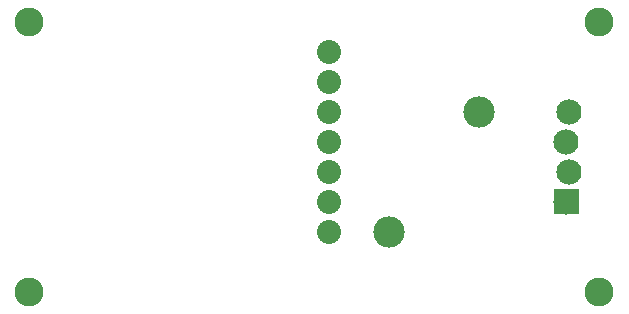
<source format=gts>
G04 MADE WITH FRITZING*
G04 WWW.FRITZING.ORG*
G04 DOUBLE SIDED*
G04 HOLES PLATED*
G04 CONTOUR ON CENTER OF CONTOUR VECTOR*
%ASAXBY*%
%FSLAX23Y23*%
%MOIN*%
%OFA0B0*%
%SFA1.0B1.0*%
%ADD10C,0.096614*%
%ADD11C,0.104488*%
%ADD12C,0.084000*%
%ADD13C,0.080000*%
%ADD14R,0.001000X0.001000*%
%LNMASK1*%
G90*
G70*
G54D10*
X1999Y1001D03*
X1999Y101D03*
X99Y101D03*
X99Y1001D03*
G54D11*
X1599Y701D03*
G54D12*
X1889Y401D03*
X1899Y501D03*
X1889Y601D03*
X1899Y701D03*
X1889Y401D03*
X1899Y501D03*
X1889Y601D03*
X1899Y701D03*
G54D11*
X1299Y301D03*
G54D13*
X1099Y301D03*
X1099Y401D03*
X1099Y501D03*
X1099Y601D03*
X1099Y701D03*
X1099Y801D03*
X1099Y901D03*
G54D14*
X1847Y443D02*
X1930Y443D01*
X1847Y442D02*
X1930Y442D01*
X1847Y441D02*
X1930Y441D01*
X1847Y440D02*
X1930Y440D01*
X1847Y439D02*
X1930Y439D01*
X1847Y438D02*
X1930Y438D01*
X1847Y437D02*
X1930Y437D01*
X1847Y436D02*
X1930Y436D01*
X1847Y435D02*
X1930Y435D01*
X1847Y434D02*
X1930Y434D01*
X1847Y433D02*
X1930Y433D01*
X1847Y432D02*
X1930Y432D01*
X1847Y431D02*
X1930Y431D01*
X1847Y430D02*
X1930Y430D01*
X1847Y429D02*
X1930Y429D01*
X1847Y428D02*
X1930Y428D01*
X1847Y427D02*
X1930Y427D01*
X1847Y426D02*
X1930Y426D01*
X1847Y425D02*
X1930Y425D01*
X1847Y424D02*
X1930Y424D01*
X1847Y423D02*
X1930Y423D01*
X1847Y422D02*
X1930Y422D01*
X1847Y421D02*
X1930Y421D01*
X1847Y420D02*
X1930Y420D01*
X1847Y419D02*
X1930Y419D01*
X1847Y418D02*
X1930Y418D01*
X1847Y417D02*
X1930Y417D01*
X1847Y416D02*
X1883Y416D01*
X1894Y416D02*
X1930Y416D01*
X1847Y415D02*
X1881Y415D01*
X1896Y415D02*
X1930Y415D01*
X1847Y414D02*
X1879Y414D01*
X1898Y414D02*
X1930Y414D01*
X1847Y413D02*
X1878Y413D01*
X1899Y413D02*
X1930Y413D01*
X1847Y412D02*
X1877Y412D01*
X1900Y412D02*
X1930Y412D01*
X1847Y411D02*
X1876Y411D01*
X1901Y411D02*
X1930Y411D01*
X1847Y410D02*
X1875Y410D01*
X1901Y410D02*
X1930Y410D01*
X1847Y409D02*
X1875Y409D01*
X1902Y409D02*
X1930Y409D01*
X1847Y408D02*
X1874Y408D01*
X1903Y408D02*
X1930Y408D01*
X1847Y407D02*
X1874Y407D01*
X1903Y407D02*
X1930Y407D01*
X1847Y406D02*
X1873Y406D01*
X1903Y406D02*
X1930Y406D01*
X1847Y405D02*
X1873Y405D01*
X1904Y405D02*
X1930Y405D01*
X1847Y404D02*
X1873Y404D01*
X1904Y404D02*
X1930Y404D01*
X1847Y403D02*
X1873Y403D01*
X1904Y403D02*
X1930Y403D01*
X1847Y402D02*
X1873Y402D01*
X1904Y402D02*
X1930Y402D01*
X1847Y401D02*
X1873Y401D01*
X1904Y401D02*
X1930Y401D01*
X1847Y400D02*
X1873Y400D01*
X1904Y400D02*
X1930Y400D01*
X1847Y399D02*
X1873Y399D01*
X1904Y399D02*
X1930Y399D01*
X1847Y398D02*
X1873Y398D01*
X1903Y398D02*
X1930Y398D01*
X1847Y397D02*
X1874Y397D01*
X1903Y397D02*
X1930Y397D01*
X1847Y396D02*
X1874Y396D01*
X1903Y396D02*
X1930Y396D01*
X1847Y395D02*
X1874Y395D01*
X1902Y395D02*
X1930Y395D01*
X1847Y394D02*
X1875Y394D01*
X1902Y394D02*
X1930Y394D01*
X1847Y393D02*
X1876Y393D01*
X1901Y393D02*
X1930Y393D01*
X1847Y392D02*
X1877Y392D01*
X1900Y392D02*
X1930Y392D01*
X1847Y391D02*
X1877Y391D01*
X1899Y391D02*
X1930Y391D01*
X1847Y390D02*
X1879Y390D01*
X1898Y390D02*
X1930Y390D01*
X1847Y389D02*
X1880Y389D01*
X1897Y389D02*
X1930Y389D01*
X1847Y388D02*
X1882Y388D01*
X1895Y388D02*
X1930Y388D01*
X1847Y387D02*
X1886Y387D01*
X1891Y387D02*
X1930Y387D01*
X1847Y386D02*
X1930Y386D01*
X1847Y385D02*
X1930Y385D01*
X1847Y384D02*
X1930Y384D01*
X1847Y383D02*
X1930Y383D01*
X1847Y382D02*
X1930Y382D01*
X1847Y381D02*
X1930Y381D01*
X1847Y380D02*
X1930Y380D01*
X1847Y379D02*
X1930Y379D01*
X1847Y378D02*
X1930Y378D01*
X1847Y377D02*
X1930Y377D01*
X1847Y376D02*
X1930Y376D01*
X1847Y375D02*
X1930Y375D01*
X1847Y374D02*
X1930Y374D01*
X1847Y373D02*
X1930Y373D01*
X1847Y372D02*
X1930Y372D01*
X1847Y371D02*
X1930Y371D01*
X1847Y370D02*
X1930Y370D01*
X1847Y369D02*
X1930Y369D01*
X1847Y368D02*
X1930Y368D01*
X1847Y367D02*
X1930Y367D01*
X1847Y366D02*
X1930Y366D01*
X1847Y365D02*
X1930Y365D01*
X1847Y364D02*
X1930Y364D01*
X1847Y363D02*
X1930Y363D01*
X1847Y362D02*
X1930Y362D01*
X1847Y361D02*
X1930Y361D01*
X1847Y360D02*
X1930Y360D01*
D02*
G04 End of Mask1*
M02*
</source>
